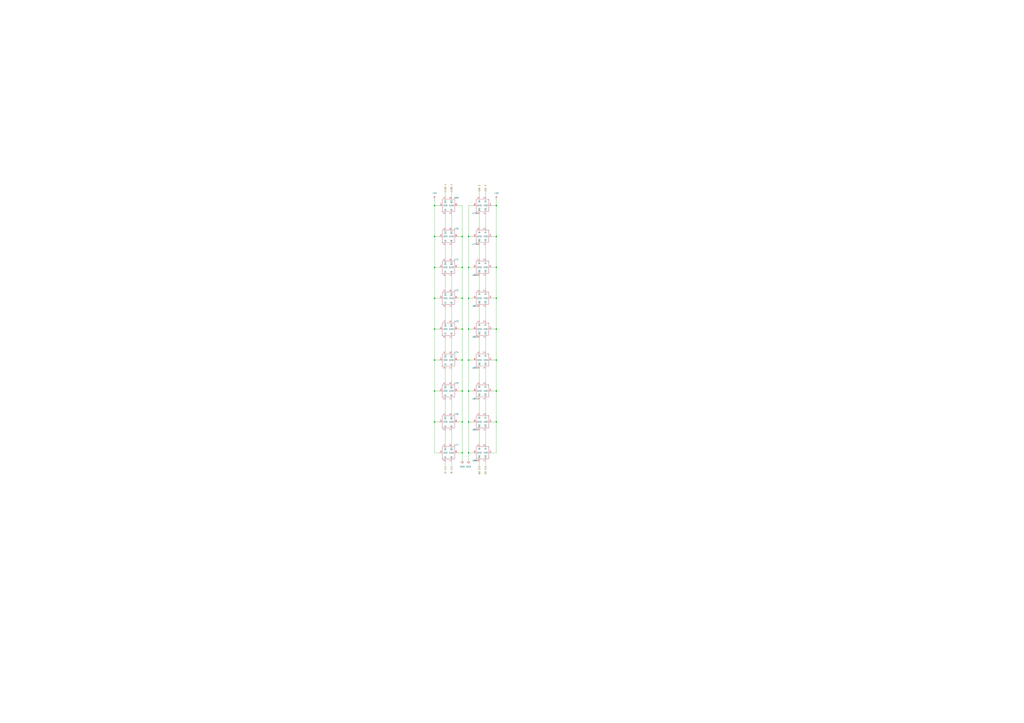
<source format=kicad_sch>
(kicad_sch (version 20231120) (generator "eeschema") (generator_version "8.0")
  (paper "A1")
  (lib_symbols
    (symbol "Dustins_Symbols:WS2816C"
      (property "Reference" "U" (at 10.16 11.43 0))
      (symbol "WS2816C_0_1"
        (rectangle (start 0 10.16) (end 10.16 0))
      )
      (symbol "WS2816C_1_1"
        (pin input line (at 7.62 -2.54 90) (length 2.54) (name "BI") (number "1"))
        (pin input line (at 2.54 -2.54 90) (length 2.54) (name "DI") (number "2"))
        (pin power_in line (at -2.54 5.08 0) (length 2.54) (name "VDD") (number "3"))
        (pin output line (at 2.54 12.7 270) (length 2.54) (name "DO") (number "4"))
        (pin output line (at 7.62 12.7 270) (length 2.54) (name "BO") (number "5"))
        (pin power_in line (at 12.7 5.08 180) (length 2.54) (name "GND") (number "6"))
      )
    )
    (symbol "power:+5V" (power) (pin_names (offset 0))
      (property "Value" "+5V" (at 0 3.556 0))
      (symbol "+5V_0_1"
        (polyline (pts (xy -0.762 1.27) (xy 0 2.54)))
        (polyline (pts (xy 0 0) (xy 0 2.54)))
        (polyline (pts (xy 0 2.54) (xy 0.762 1.27)))
      )
      (symbol "+5V_1_1"
        (pin power_in line (at 0 0 90) (length 0) hide (name "+5V") (number "1"))
      )
    )
    (symbol "power:GND" (power) (pin_numbers hide) (pin_names (offset 0) hide)
      (property "Value" "GND" (at 0 -3.81 0))
      (symbol "GND_0_1"
        (polyline (pts (xy 0 0) (xy 0 -1.27) (xy 1.27 -1.27) (xy 0 -2.54) (xy -1.27 -1.27) (xy 0 -1.27)))
      )
      (symbol "GND_1_1"
        (pin power_in line (at 0 0 270) (length 0) (name "~") (number "1"))
      )
    )
  )
  (junction (at 379.73 321.31))
  (junction (at 407.67 321.31))
  (junction (at 356.87 219.71))
  (junction (at 407.67 219.71))
  (junction (at 407.67 194.31))
  (junction (at 384.81 219.71))
  (junction (at 356.87 346.71))
  (junction (at 379.73 270.51))
  (junction (at 384.81 321.31))
  (junction (at 384.81 346.71))
  (junction (at 356.87 295.91))
  (junction (at 379.73 219.71))
  (junction (at 356.87 168.91))
  (junction (at 384.81 270.51))
  (junction (at 356.87 194.31))
  (junction (at 379.73 346.71))
  (junction (at 379.73 295.91))
  (junction (at 407.67 245.11))
  (junction (at 407.67 295.91))
  (junction (at 407.67 346.71))
  (junction (at 356.87 321.31))
  (junction (at 379.73 245.11))
  (junction (at 384.81 245.11))
  (junction (at 407.67 270.51))
  (junction (at 384.81 372.11))
  (junction (at 379.73 194.31))
  (junction (at 356.87 270.51))
  (junction (at 384.81 295.91))
  (junction (at 356.87 245.11))
  (junction (at 384.81 194.31))
  (junction (at 379.73 372.11))
  (junction (at 407.67 168.91))
  (wire (pts (xy 356.87 321.31) (xy 356.87 346.71)))
  (wire (pts (xy 365.76 303.53) (xy 365.76 313.69)))
  (wire (pts (xy 407.67 219.71) (xy 403.86 219.71)))
  (wire (pts (xy 403.86 168.91) (xy 407.67 168.91)))
  (wire (pts (xy 388.62 346.71) (xy 384.81 346.71)))
  (wire (pts (xy 407.67 321.31) (xy 407.67 295.91)))
  (wire (pts (xy 379.73 372.11) (xy 379.73 346.71)))
  (wire (pts (xy 356.87 245.11) (xy 356.87 270.51)))
  (wire (pts (xy 384.81 295.91) (xy 388.62 295.91)))
  (wire (pts (xy 370.84 354.33) (xy 370.84 364.49)))
  (wire (pts (xy 398.78 157.48) (xy 398.78 161.29)))
  (wire (pts (xy 393.7 157.48) (xy 393.7 161.29)))
  (wire (pts (xy 375.92 321.31) (xy 379.73 321.31)))
  (wire (pts (xy 365.76 354.33) (xy 365.76 364.49)))
  (wire (pts (xy 356.87 295.91) (xy 356.87 321.31)))
  (wire (pts (xy 356.87 346.71) (xy 360.68 346.71)))
  (wire (pts (xy 388.62 321.31) (xy 384.81 321.31)))
  (wire (pts (xy 407.67 346.71) (xy 407.67 321.31)))
  (wire (pts (xy 407.67 346.71) (xy 403.86 346.71)))
  (wire (pts (xy 398.78 288.29) (xy 398.78 278.13)))
  (wire (pts (xy 356.87 321.31) (xy 360.68 321.31)))
  (wire (pts (xy 384.81 372.11) (xy 384.81 378.46)))
  (wire (pts (xy 365.76 201.93) (xy 365.76 212.09)))
  (wire (pts (xy 379.73 270.51) (xy 379.73 295.91)))
  (wire (pts (xy 370.84 328.93) (xy 370.84 339.09)))
  (wire (pts (xy 356.87 219.71) (xy 356.87 245.11)))
  (wire (pts (xy 370.84 176.53) (xy 370.84 186.69)))
  (wire (pts (xy 379.73 219.71) (xy 379.73 194.31)))
  (wire (pts (xy 356.87 270.51) (xy 360.68 270.51)))
  (wire (pts (xy 407.67 194.31) (xy 403.86 194.31)))
  (wire (pts (xy 388.62 372.11) (xy 384.81 372.11)))
  (wire (pts (xy 365.76 252.73) (xy 365.76 262.89)))
  (wire (pts (xy 407.67 245.11) (xy 403.86 245.11)))
  (wire (pts (xy 370.84 278.13) (xy 370.84 288.29)))
  (wire (pts (xy 370.84 157.48) (xy 370.84 161.29)))
  (wire (pts (xy 388.62 270.51) (xy 384.81 270.51)))
  (wire (pts (xy 384.81 194.31) (xy 384.81 219.71)))
  (wire (pts (xy 384.81 245.11) (xy 384.81 270.51)))
  (wire (pts (xy 356.87 219.71) (xy 360.68 219.71)))
  (wire (pts (xy 393.7 237.49) (xy 393.7 227.33)))
  (wire (pts (xy 407.67 270.51) (xy 403.86 270.51)))
  (wire (pts (xy 375.92 194.31) (xy 379.73 194.31)))
  (wire (pts (xy 375.92 219.71) (xy 379.73 219.71)))
  (wire (pts (xy 356.87 168.91) (xy 356.87 194.31)))
  (wire (pts (xy 379.73 168.91) (xy 375.92 168.91)))
  (wire (pts (xy 370.84 227.33) (xy 370.84 237.49)))
  (wire (pts (xy 356.87 163.83) (xy 356.87 168.91)))
  (wire (pts (xy 393.7 186.69) (xy 393.7 176.53)))
  (wire (pts (xy 398.78 313.69) (xy 398.78 303.53)))
  (wire (pts (xy 393.7 339.09) (xy 393.7 328.93)))
  (wire (pts (xy 407.67 270.51) (xy 407.67 245.11)))
  (wire (pts (xy 384.81 194.31) (xy 384.81 168.91)))
  (wire (pts (xy 356.87 194.31) (xy 356.87 219.71)))
  (wire (pts (xy 388.62 168.91) (xy 384.81 168.91)))
  (wire (pts (xy 398.78 186.69) (xy 398.78 176.53)))
  (wire (pts (xy 365.76 176.53) (xy 365.76 186.69)))
  (wire (pts (xy 393.7 262.89) (xy 393.7 252.73)))
  (wire (pts (xy 398.78 339.09) (xy 398.78 328.93)))
  (wire (pts (xy 356.87 245.11) (xy 360.68 245.11)))
  (wire (pts (xy 379.73 295.91) (xy 379.73 321.31)))
  (wire (pts (xy 384.81 321.31) (xy 384.81 346.71)))
  (wire (pts (xy 379.73 270.51) (xy 379.73 245.11)))
  (wire (pts (xy 393.7 364.49) (xy 393.7 354.33)))
  (wire (pts (xy 384.81 270.51) (xy 384.81 295.91)))
  (wire (pts (xy 388.62 219.71) (xy 384.81 219.71)))
  (wire (pts (xy 356.87 346.71) (xy 356.87 372.11)))
  (wire (pts (xy 407.67 219.71) (xy 407.67 194.31)))
  (wire (pts (xy 375.92 270.51) (xy 379.73 270.51)))
  (wire (pts (xy 370.84 252.73) (xy 370.84 262.89)))
  (wire (pts (xy 379.73 194.31) (xy 379.73 168.91)))
  (wire (pts (xy 375.92 245.11) (xy 379.73 245.11)))
  (wire (pts (xy 407.67 372.11) (xy 407.67 346.71)))
  (wire (pts (xy 365.76 157.48) (xy 365.76 161.29)))
  (wire (pts (xy 398.78 379.73) (xy 398.78 383.54)))
  (wire (pts (xy 407.67 321.31) (xy 403.86 321.31)))
  (wire (pts (xy 370.84 379.73) (xy 370.84 383.54)))
  (wire (pts (xy 356.87 194.31) (xy 360.68 194.31)))
  (wire (pts (xy 356.87 270.51) (xy 356.87 295.91)))
  (wire (pts (xy 365.76 278.13) (xy 365.76 288.29)))
  (wire (pts (xy 360.68 295.91) (xy 356.87 295.91)))
  (wire (pts (xy 398.78 212.09) (xy 398.78 201.93)))
  (wire (pts (xy 398.78 237.49) (xy 398.78 227.33)))
  (wire (pts (xy 375.92 346.71) (xy 379.73 346.71)))
  (wire (pts (xy 370.84 201.93) (xy 370.84 212.09)))
  (wire (pts (xy 384.81 346.71) (xy 384.81 372.11)))
  (wire (pts (xy 407.67 245.11) (xy 407.67 219.71)))
  (wire (pts (xy 384.81 295.91) (xy 384.81 321.31)))
  (wire (pts (xy 407.67 295.91) (xy 407.67 270.51)))
  (wire (pts (xy 407.67 163.83) (xy 407.67 168.91)))
  (wire (pts (xy 365.76 227.33) (xy 365.76 237.49)))
  (wire (pts (xy 393.7 212.09) (xy 393.7 201.93)))
  (wire (pts (xy 403.86 295.91) (xy 407.67 295.91)))
  (wire (pts (xy 379.73 378.46) (xy 379.73 372.11)))
  (wire (pts (xy 375.92 372.11) (xy 379.73 372.11)))
  (wire (pts (xy 370.84 303.53) (xy 370.84 313.69)))
  (wire (pts (xy 393.7 313.69) (xy 393.7 303.53)))
  (wire (pts (xy 365.76 379.73) (xy 365.76 383.54)))
  (wire (pts (xy 379.73 346.71) (xy 379.73 321.31)))
  (wire (pts (xy 379.73 245.11) (xy 379.73 219.71)))
  (wire (pts (xy 388.62 245.11) (xy 384.81 245.11)))
  (wire (pts (xy 407.67 194.31) (xy 407.67 168.91)))
  (wire (pts (xy 356.87 372.11) (xy 360.68 372.11)))
  (wire (pts (xy 365.76 328.93) (xy 365.76 339.09)))
  (wire (pts (xy 393.7 379.73) (xy 393.7 383.54)))
  (wire (pts (xy 407.67 372.11) (xy 403.86 372.11)))
  (wire (pts (xy 384.81 219.71) (xy 384.81 245.11)))
  (wire (pts (xy 388.62 194.31) (xy 384.81 194.31)))
  (wire (pts (xy 393.7 288.29) (xy 393.7 278.13)))
  (wire (pts (xy 398.78 364.49) (xy 398.78 354.33)))
  (wire (pts (xy 360.68 168.91) (xy 356.87 168.91)))
  (wire (pts (xy 398.78 262.89) (xy 398.78 252.73)))
  (wire (pts (xy 375.92 295.91) (xy 379.73 295.91)))
  (hierarchical_label "BO 2" (shape output) (at 393.7 383.54 270))
  (hierarchical_label "BI 1" (shape input) (at 370.84 383.54 270))
  (hierarchical_label "DI 2" (shape input) (at 398.78 157.48 90))
  (hierarchical_label "DI 1" (shape input) (at 365.76 383.54 270))
  (hierarchical_label "DO 1" (shape output) (at 365.76 157.48 90))
  (hierarchical_label "BI 2" (shape input) (at 393.7 157.48 90))
  (hierarchical_label "DO 2" (shape output) (at 398.78 383.54 270))
  (hierarchical_label "BO 1" (shape output) (at 370.84 157.48 90))
  (symbol (lib_id "Dustins_Symbols:WS2816C") (at 401.32 367.03 180) (unit 1)
    (property "Reference" "U645" (at 389.89 378.46 0))
    (property "Value" "~" (at 401.32 367.03 0))
    (property "Footprint" "Dustins_Footprints:WS2816-2121" (effects (hide yes)))
    (property "Datasheet" "https://www.lcsc.com/datasheet/lcsc_datasheet_2012110135_Worldsemi-WS2816C-2121_C965561.pdf" (effects (hide yes)))
    (instances (project "150cm_Flex" (path "" (reference "U86") (unit 1)) (path "" (reference "U356") (unit 1)) (path "" (reference "U620") (unit 1)) (path "" (reference "U136") (unit 1)) (path "" (reference "U461") (unit 1)) (path "" (reference "U981") (unit 1)) (path "" (reference "U200") (unit 1)) (path "" (reference "U68") (unit 1)) (path "" (reference "U394") (unit 1)) (path "" (reference "U302") (unit 1)) (path "" (reference "U376") (unit 1)) (path "" (reference "U412") (unit 1)) (path "" (reference "U645") (unit 1)) (path "" (reference "U353") (unit 1)) (path "" (reference "U617") (unit 1)) (path "" (reference "U111") (unit 1)) (path "" (reference "U52") (unit 1)) (path "" (reference "U455") (unit 1)) (path "" (reference "U189") (unit 1)) (path "" (reference "U589") (unit 1)) (path "" (reference "U325") (unit 1)) (path "" (reference "U673") (unit 1))))
  )
  (symbol (lib_id "power:GND") (at 379.73 378.46 0) (unit 1)
    (property "Reference" "#PWR060" (effects (hide yes)))
    (property "Value" "GND" (at 379.73 383.54 0))
    (property "Description" "Power symbol creates a global label with name \"GND\" , ground" (effects (hide yes)))
    (instances (project "150cm_Flex" (path "" (reference "#PWR011") (unit 1)) (path "" (reference "#PWR078") (unit 1)) (path "" (reference "#PWR0120") (unit 1)) (path "" (reference "#PWR019") (unit 1)) (path "" (reference "#PWR0115") (unit 1)) (path "" (reference "#PWR025") (unit 1)) (path "" (reference "#PWR060") (unit 1)) (path "" (reference "#PWR0102") (unit 1)) (path "" (reference "#PWR070") (unit 1)) (path "" (reference "#PWR085") (unit 1)) (path "" (reference "#PWR0109") (unit 1))))
  )
  (symbol (lib_id "Dustins_Symbols:WS2816C") (at 363.22 326.39 0) (unit 1)
    (property "Reference" "U629" (at 374.65 314.96 0))
    (property "Value" "~" (at 363.22 326.39 0))
    (property "Footprint" "Dustins_Footprints:WS2816-2121" (effects (hide yes)))
    (property "Datasheet" "https://www.lcsc.com/datasheet/lcsc_datasheet_2012110135_Worldsemi-WS2816C-2121_C965561.pdf" (effects (hide yes)))
    (instances (project "150cm_Flex" (path "" (reference "U75") (unit 1)) (path "" (reference "U327") (unit 1)) (path "" (reference "U591") (unit 1)) (path "" (reference "U100") (unit 1)) (path "" (reference "U419") (unit 1)) (path "" (reference "U965") (unit 1)) (path "" (reference "U180") (unit 1)) (path "" (reference "U55") (unit 1)) (path "" (reference "U383") (unit 1)) (path "" (reference "U207") (unit 1)) (path "" (reference "U365") (unit 1)) (path "" (reference "U401") (unit 1)) (path "" (reference "U629") (unit 1)) (path "" (reference "U337") (unit 1)) (path "" (reference "U601") (unit 1)) (path "" (reference "U95") (unit 1)) (path "" (reference "U37") (unit 1)) (path "" (reference "U434") (unit 1)) (path "" (reference "U173") (unit 1)) (path "" (reference "U573") (unit 1)) (path "" (reference "U309") (unit 1)) (path "" (reference "U657") (unit 1))))
  )
  (symbol (lib_id "Dustins_Symbols:WS2816C") (at 363.22 199.39 0) (unit 1)
    (property "Reference" "U624" (at 374.65 187.96 0))
    (property "Value" "~" (at 363.22 199.39 0))
    (property "Footprint" "Dustins_Footprints:WS2816-2121" (effects (hide yes)))
    (property "Datasheet" "https://www.lcsc.com/datasheet/lcsc_datasheet_2012110135_Worldsemi-WS2816C-2121_C965561.pdf" (effects (hide yes)))
    (instances (project "150cm_Flex" (path "" (reference "U70") (unit 1)) (path "" (reference "U313") (unit 1)) (path "" (reference "U577") (unit 1)) (path "" (reference "U88") (unit 1)) (path "" (reference "U414") (unit 1)) (path "" (reference "U960") (unit 1)) (path "" (reference "U138") (unit 1)) (path "" (reference "U41") (unit 1)) (path "" (reference "U378") (unit 1)) (path "" (reference "U202") (unit 1)) (path "" (reference "U358") (unit 1)) (path "" (reference "U396") (unit 1)) (path "" (reference "U624") (unit 1)) (path "" (reference "U332") (unit 1)) (path "" (reference "U596") (unit 1)) (path "" (reference "U60") (unit 1)) (path "" (reference "U32") (unit 1)) (path "" (reference "U360") (unit 1)) (path "" (reference "U132") (unit 1)) (path "" (reference "U568") (unit 1)) (path "" (reference "U304") (unit 1)) (path "" (reference "U652") (unit 1))))
  )
  (symbol (lib_id "Dustins_Symbols:WS2816C") (at 401.32 341.63 180) (unit 1)
    (property "Reference" "U644" (at 389.89 353.06 0))
    (property "Value" "~" (at 401.32 341.63 0))
    (property "Footprint" "Dustins_Footprints:WS2816-2121" (effects (hide yes)))
    (property "Datasheet" "https://www.lcsc.com/datasheet/lcsc_datasheet_2012110135_Worldsemi-WS2816C-2121_C965561.pdf" (effects (hide yes)))
    (instances (project "150cm_Flex" (path "" (reference "U85") (unit 1)) (path "" (reference "U355") (unit 1)) (path "" (reference "U619") (unit 1)) (path "" (reference "U135") (unit 1)) (path "" (reference "U460") (unit 1)) (path "" (reference "U980") (unit 1)) (path "" (reference "U199") (unit 1)) (path "" (reference "U67") (unit 1)) (path "" (reference "U393") (unit 1)) (path "" (reference "U301") (unit 1)) (path "" (reference "U375") (unit 1)) (path "" (reference "U411") (unit 1)) (path "" (reference "U644") (unit 1)) (path "" (reference "U352") (unit 1)) (path "" (reference "U616") (unit 1)) (path "" (reference "U110") (unit 1)) (path "" (reference "U51") (unit 1)) (path "" (reference "U454") (unit 1)) (path "" (reference "U188") (unit 1)) (path "" (reference "U588") (unit 1)) (path "" (reference "U324") (unit 1)) (path "" (reference "U672") (unit 1))))
  )
  (symbol (lib_id "Dustins_Symbols:WS2816C") (at 401.32 290.83 180) (unit 1)
    (property "Reference" "U642" (at 389.89 302.26 0))
    (property "Value" "~" (at 401.32 290.83 0))
    (property "Footprint" "Dustins_Footprints:WS2816-2121" (effects (hide yes)))
    (property "Datasheet" "https://www.lcsc.com/datasheet/lcsc_datasheet_2012110135_Worldsemi-WS2816C-2121_C965561.pdf" (effects (hide yes)))
    (instances (project "150cm_Flex" (path "" (reference "U83") (unit 1)) (path "" (reference "U344") (unit 1)) (path "" (reference "U608") (unit 1)) (path "" (reference "U133") (unit 1)) (path "" (reference "U458") (unit 1)) (path "" (reference "U978") (unit 1)) (path "" (reference "U197") (unit 1)) (path "" (reference "U65") (unit 1)) (path "" (reference "U391") (unit 1)) (path "" (reference "U215") (unit 1)) (path "" (reference "U373") (unit 1)) (path "" (reference "U409") (unit 1)) (path "" (reference "U642") (unit 1)) (path "" (reference "U350") (unit 1)) (path "" (reference "U614") (unit 1)) (path "" (reference "U108") (unit 1)) (path "" (reference "U49") (unit 1)) (path "" (reference "U452") (unit 1)) (path "" (reference "U186") (unit 1)) (path "" (reference "U586") (unit 1)) (path "" (reference "U322") (unit 1)) (path "" (reference "U670") (unit 1))))
  )
  (symbol (lib_id "Dustins_Symbols:WS2816C") (at 363.22 377.19 0) (unit 1)
    (property "Reference" "U631" (at 374.65 365.76 0))
    (property "Value" "~" (at 363.22 377.19 0))
    (property "Footprint" "Dustins_Footprints:WS2816-2121" (effects (hide yes)))
    (property "Datasheet" "https://www.lcsc.com/datasheet/lcsc_datasheet_2012110135_Worldsemi-WS2816C-2121_C965561.pdf" (effects (hide yes)))
    (instances (project "150cm_Flex" (path "" (reference "U77") (unit 1)) (path "" (reference "U329") (unit 1)) (path "" (reference "U593") (unit 1)) (path "" (reference "U102") (unit 1)) (path "" (reference "U439") (unit 1)) (path "" (reference "U967") (unit 1)) (path "" (reference "U191") (unit 1)) (path "" (reference "U57") (unit 1)) (path "" (reference "U385") (unit 1)) (path "" (reference "U209") (unit 1)) (path "" (reference "U367") (unit 1)) (path "" (reference "U403") (unit 1)) (path "" (reference "U631") (unit 1)) (path "" (reference "U339") (unit 1)) (path "" (reference "U603") (unit 1)) (path "" (reference "U97") (unit 1)) (path "" (reference "U39") (unit 1)) (path "" (reference "U436") (unit 1)) (path "" (reference "U175") (unit 1)) (path "" (reference "U575") (unit 1)) (path "" (reference "U311") (unit 1)) (path "" (reference "U659") (unit 1))))
  )
  (symbol (lib_id "power:+5V") (at 407.67 163.83 0) (unit 1)
    (property "Reference" "#PWR091" (effects (hide yes)))
    (property "Value" "+5V" (at 407.67 158.75 0))
    (instances (project "150cm_Flex" (path "" (reference "#PWR013") (unit 1)) (path "" (reference "#PWR081") (unit 1)) (path "" (reference "#PWR0123") (unit 1)) (path "" (reference "#PWR022") (unit 1)) (path "" (reference "#PWR0117") (unit 1)) (path "" (reference "#PWR0137") (unit 1)) (path "" (reference "#PWR068") (unit 1)) (path "" (reference "#PWR062") (unit 1)) (path "" (reference "#PWR0107") (unit 1)) (path "" (reference "#PWR073") (unit 1)) (path "" (reference "#PWR094") (unit 1)) (path "" (reference "#PWR0112") (unit 1)) (path "" (reference "#PWR091") (unit 1)) (path "" (reference "#PWR057") (unit 1)) (path "" (reference "#PWR082") (unit 1)) (path "" (reference "#PWR020") (unit 1)) (path "" (reference "#PWR014") (unit 1)) (path "" (reference "#PWR064") (unit 1)) (path "" (reference "#PWR035") (unit 1)) (path "" (reference "#PWR076") (unit 1)) (path "" (reference "#PWR043") (unit 1)) (path "" (reference "#PWR0105") (unit 1))))
  )
  (symbol (lib_id "Dustins_Symbols:WS2816C") (at 401.32 265.43 180) (unit 1)
    (property "Reference" "U641" (at 389.89 276.86 0))
    (property "Value" "~" (at 401.32 265.43 0))
    (property "Footprint" "Dustins_Footprints:WS2816-2121" (effects (hide yes)))
    (property "Datasheet" "https://www.lcsc.com/datasheet/lcsc_datasheet_2012110135_Worldsemi-WS2816C-2121_C965561.pdf" (effects (hide yes)))
    (instances (project "150cm_Flex" (path "" (reference "U82") (unit 1)) (path "" (reference "U343") (unit 1)) (path "" (reference "U607") (unit 1)) (path "" (reference "U130") (unit 1)) (path "" (reference "U457") (unit 1)) (path "" (reference "U977") (unit 1)) (path "" (reference "U196") (unit 1)) (path "" (reference "U64") (unit 1)) (path "" (reference "U390") (unit 1)) (path "" (reference "U214") (unit 1)) (path "" (reference "U372") (unit 1)) (path "" (reference "U408") (unit 1)) (path "" (reference "U641") (unit 1)) (path "" (reference "U349") (unit 1)) (path "" (reference "U613") (unit 1)) (path "" (reference "U107") (unit 1)) (path "" (reference "U48") (unit 1)) (path "" (reference "U451") (unit 1)) (path "" (reference "U185") (unit 1)) (path "" (reference "U585") (unit 1)) (path "" (reference "U321") (unit 1)) (path "" (reference "U669") (unit 1))))
  )
  (symbol (lib_id "Dustins_Symbols:WS2816C") (at 363.22 173.99 0) (unit 1)
    (property "Reference" "U623" (at 374.65 162.56 0))
    (property "Value" "~" (at 363.22 173.99 0))
    (property "Footprint" "Dustins_Footprints:WS2816-2121" (effects (hide yes)))
    (property "Datasheet" "https://www.lcsc.com/datasheet/lcsc_datasheet_2012110135_Worldsemi-WS2816C-2121_C965561.pdf" (effects (hide yes)))
    (instances (project "150cm_Flex" (path "" (reference "U69") (unit 1)) (path "" (reference "U312") (unit 1)) (path "" (reference "U576") (unit 1)) (path "" (reference "U87") (unit 1)) (path "" (reference "U413") (unit 1)) (path "" (reference "U959") (unit 1)) (path "" (reference "U137") (unit 1)) (path "" (reference "U40") (unit 1)) (path "" (reference "U377") (unit 1)) (path "" (reference "U201") (unit 1)) (path "" (reference "U357") (unit 1)) (path "" (reference "U395") (unit 1)) (path "" (reference "U623") (unit 1)) (path "" (reference "U331") (unit 1)) (path "" (reference "U595") (unit 1)) (path "" (reference "U59") (unit 1)) (path "" (reference "U31") (unit 1)) (path "" (reference "U359") (unit 1)) (path "" (reference "U131") (unit 1)) (path "" (reference "U567") (unit 1)) (path "" (reference "U303") (unit 1)) (path "" (reference "U651") (unit 1))))
  )
  (symbol (lib_id "Dustins_Symbols:WS2816C") (at 363.22 300.99 0) (unit 1)
    (property "Reference" "U628" (at 374.65 289.56 0))
    (property "Value" "~" (at 363.22 300.99 0))
    (property "Footprint" "Dustins_Footprints:WS2816-2121" (effects (hide yes)))
    (property "Datasheet" "https://www.lcsc.com/datasheet/lcsc_datasheet_2012110135_Worldsemi-WS2816C-2121_C965561.pdf" (effects (hide yes)))
    (instances (project "150cm_Flex" (path "" (reference "U74") (unit 1)) (path "" (reference "U326") (unit 1)) (path "" (reference "U590") (unit 1)) (path "" (reference "U99") (unit 1)) (path "" (reference "U418") (unit 1)) (path "" (reference "U964") (unit 1)) (path "" (reference "U179") (unit 1)) (path "" (reference "U54") (unit 1)) (path "" (reference "U382") (unit 1)) (path "" (reference "U206") (unit 1)) (path "" (reference "U364") (unit 1)) (path "" (reference "U400") (unit 1)) (path "" (reference "U628") (unit 1)) (path "" (reference "U336") (unit 1)) (path "" (reference "U600") (unit 1)) (path "" (reference "U94") (unit 1)) (path "" (reference "U36") (unit 1)) (path "" (reference "U433") (unit 1)) (path "" (reference "U172") (unit 1)) (path "" (reference "U572") (unit 1)) (path "" (reference "U308") (unit 1)) (path "" (reference "U656") (unit 1))))
  )
  (symbol (lib_id "Dustins_Symbols:WS2816C") (at 401.32 240.03 180) (unit 1)
    (property "Reference" "U640" (at 389.89 251.46 0))
    (property "Value" "~" (at 401.32 240.03 0))
    (property "Footprint" "Dustins_Footprints:WS2816-2121" (effects (hide yes)))
    (property "Datasheet" "https://www.lcsc.com/datasheet/lcsc_datasheet_2012110135_Worldsemi-WS2816C-2121_C965561.pdf" (effects (hide yes)))
    (instances (project "150cm_Flex" (path "" (reference "U81") (unit 1)) (path "" (reference "U342") (unit 1)) (path "" (reference "U606") (unit 1)) (path "" (reference "U129") (unit 1)) (path "" (reference "U445") (unit 1)) (path "" (reference "U976") (unit 1)) (path "" (reference "U195") (unit 1)) (path "" (reference "U63") (unit 1)) (path "" (reference "U389") (unit 1)) (path "" (reference "U213") (unit 1)) (path "" (reference "U371") (unit 1)) (path "" (reference "U407") (unit 1)) (path "" (reference "U640") (unit 1)) (path "" (reference "U348") (unit 1)) (path "" (reference "U612") (unit 1)) (path "" (reference "U106") (unit 1)) (path "" (reference "U47") (unit 1)) (path "" (reference "U449") (unit 1)) (path "" (reference "U184") (unit 1)) (path "" (reference "U584") (unit 1)) (path "" (reference "U320") (unit 1)) (path "" (reference "U668") (unit 1))))
  )
  (symbol (lib_id "Dustins_Symbols:WS2816C") (at 401.32 189.23 180) (unit 1)
    (property "Reference" "U638" (at 389.89 200.66 0))
    (property "Value" "~" (at 401.32 189.23 0))
    (property "Footprint" "Dustins_Footprints:WS2816-2121" (effects (hide yes)))
    (property "Datasheet" "https://www.lcsc.com/datasheet/lcsc_datasheet_2012110135_Worldsemi-WS2816C-2121_C965561.pdf" (effects (hide yes)))
    (instances (project "150cm_Flex" (path "" (reference "U79") (unit 1)) (path "" (reference "U340") (unit 1)) (path "" (reference "U604") (unit 1)) (path "" (reference "U127") (unit 1)) (path "" (reference "U441") (unit 1)) (path "" (reference "U974") (unit 1)) (path "" (reference "U193") (unit 1)) (path "" (reference "U61") (unit 1)) (path "" (reference "U387") (unit 1)) (path "" (reference "U211") (unit 1)) (path "" (reference "U369") (unit 1)) (path "" (reference "U405") (unit 1)) (path "" (reference "U638") (unit 1)) (path "" (reference "U346") (unit 1)) (path "" (reference "U610") (unit 1)) (path "" (reference "U104") (unit 1)) (path "" (reference "U45") (unit 1)) (path "" (reference "U447") (unit 1)) (path "" (reference "U182") (unit 1)) (path "" (reference "U582") (unit 1)) (path "" (reference "U318") (unit 1)) (path "" (reference "U666") (unit 1))))
  )
  (symbol (lib_id "power:+5V") (at 356.87 163.83 0) (unit 1)
    (property "Reference" "#PWR083" (effects (hide yes)))
    (property "Value" "+5V" (at 356.87 158.75 0))
    (instances (project "150cm_Flex" (path "" (reference "#PWR06") (unit 1)) (path "" (reference "#PWR075") (unit 1)) (path "" (reference "#PWR0118") (unit 1)) (path "" (reference "#PWR018") (unit 1)) (path "" (reference "#PWR0113") (unit 1)) (path "" (reference "#PWR0133") (unit 1)) (path "" (reference "#PWR024") (unit 1)) (path "" (reference "#PWR054") (unit 1)) (path "" (reference "#PWR0101") (unit 1)) (path "" (reference "#PWR069") (unit 1)) (path "" (reference "#PWR084") (unit 1)) (path "" (reference "#PWR0108") (unit 1)) (path "" (reference "#PWR083") (unit 1)) (path "" (reference "#PWR044") (unit 1)) (path "" (reference "#PWR077") (unit 1)) (path "" (reference "#PWR015") (unit 1)) (path "" (reference "#PWR03") (unit 1)) (path "" (reference "#PWR059") (unit 1)) (path "" (reference "#PWR027") (unit 1)) (path "" (reference "#PWR067") (unit 1)) (path "" (reference "#PWR036") (unit 1)) (path "" (reference "#PWR099") (unit 1))))
  )
  (symbol (lib_id "Dustins_Symbols:WS2816C") (at 363.22 351.79 0) (unit 1)
    (property "Reference" "U630" (at 374.65 340.36 0))
    (property "Value" "~" (at 363.22 351.79 0))
    (property "Footprint" "Dustins_Footprints:WS2816-2121" (effects (hide yes)))
    (property "Datasheet" "https://www.lcsc.com/datasheet/lcsc_datasheet_2012110135_Worldsemi-WS2816C-2121_C965561.pdf" (effects (hide yes)))
    (instances (project "150cm_Flex" (path "" (reference "U76") (unit 1)) (path "" (reference "U328") (unit 1)) (path "" (reference "U592") (unit 1)) (path "" (reference "U101") (unit 1)) (path "" (reference "U420") (unit 1)) (path "" (reference "U966") (unit 1)) (path "" (reference "U190") (unit 1)) (path "" (reference "U56") (unit 1)) (path "" (reference "U384") (unit 1)) (path "" (reference "U208") (unit 1)) (path "" (reference "U366") (unit 1)) (path "" (reference "U402") (unit 1)) (path "" (reference "U630") (unit 1)) (path "" (reference "U338") (unit 1)) (path "" (reference "U602") (unit 1)) (path "" (reference "U96") (unit 1)) (path "" (reference "U38") (unit 1)) (path "" (reference "U435") (unit 1)) (path "" (reference "U174") (unit 1)) (path "" (reference "U574") (unit 1)) (path "" (reference "U310") (unit 1)) (path "" (reference "U658") (unit 1))))
  )
  (symbol (lib_id "power:GND") (at 384.81 378.46 0) (unit 1)
    (property "Reference" "#PWR029" (effects (hide yes)))
    (property "Value" "GND" (at 384.81 383.54 0))
    (property "Description" "Power symbol creates a global label with name \"GND\" , ground" (effects (hide yes)))
    (instances (project "150cm_Flex" (path "" (reference "#PWR012") (unit 1)) (path "" (reference "#PWR080") (unit 1)) (path "" (reference "#PWR0121") (unit 1)) (path "" (reference "#PWR021") (unit 1)) (path "" (reference "#PWR0116") (unit 1)) (path "" (reference "#PWR051") (unit 1)) (path "" (reference "#PWR065") (unit 1)) (path "" (reference "#PWR061") (unit 1)) (path "" (reference "#PWR0104") (unit 1)) (path "" (reference "#PWR072") (unit 1)) (path "" (reference "#PWR086") (unit 1)) (path "" (reference "#PWR0110") (unit 1)) (path "" (reference "#PWR046") (unit 1)) (path "" (reference "#PWR037") (unit 1)) (path "" (reference "#PWR045") (unit 1)) (path "" (reference "#PWR030") (unit 1)) (path "" (reference "#PWR029") (unit 1)) (path "" (reference "#PWR038") (unit 1)) (path "" (reference "#PWR031") (unit 1)) (path "" (reference "#PWR039") (unit 1)) (path "" (reference "#PWR034") (unit 1)) (path "" (reference "#PWR048") (unit 1))))
  )
  (symbol (lib_id "Dustins_Symbols:WS2816C") (at 363.22 250.19 0) (unit 1)
    (property "Reference" "U626" (at 374.65 238.76 0))
    (property "Value" "~" (at 363.22 250.19 0))
    (property "Footprint" "Dustins_Footprints:WS2816-2121" (effects (hide yes)))
    (property "Datasheet" "https://www.lcsc.com/datasheet/lcsc_datasheet_2012110135_Worldsemi-WS2816C-2121_C965561.pdf" (effects (hide yes)))
    (instances (project "150cm_Flex" (path "" (reference "U72") (unit 1)) (path "" (reference "U315") (unit 1)) (path "" (reference "U579") (unit 1)) (path "" (reference "U90") (unit 1)) (path "" (reference "U416") (unit 1)) (path "" (reference "U962") (unit 1)) (path "" (reference "U177") (unit 1)) (path "" (reference "U43") (unit 1)) (path "" (reference "U380") (unit 1)) (path "" (reference "U204") (unit 1)) (path "" (reference "U362") (unit 1)) (path "" (reference "U398") (unit 1)) (path "" (reference "U626") (unit 1)) (path "" (reference "U334") (unit 1)) (path "" (reference "U598") (unit 1)) (path "" (reference "U92") (unit 1)) (path "" (reference "U34") (unit 1)) (path "" (reference "U429") (unit 1)) (path "" (reference "U170") (unit 1)) (path "" (reference "U570") (unit 1)) (path "" (reference "U306") (unit 1)) (path "" (reference "U654") (unit 1))))
  )
  (symbol (lib_id "Dustins_Symbols:WS2816C") (at 401.32 163.83 180) (unit 1)
    (property "Reference" "U637" (at 389.89 175.26 0))
    (property "Value" "~" (at 401.32 163.83 0))
    (property "Footprint" "Dustins_Footprints:WS2816-2121" (effects (hide yes)))
    (property "Datasheet" "https://www.lcsc.com/datasheet/lcsc_datasheet_2012110135_Worldsemi-WS2816C-2121_C965561.pdf" (effects (hide yes)))
    (instances (project "150cm_Flex" (path "" (reference "U78") (unit 1)) (path "" (reference "U330") (unit 1)) (path "" (reference "U594") (unit 1)) (path "" (reference "U112") (unit 1)) (path "" (reference "U440") (unit 1)) (path "" (reference "U973") (unit 1)) (path "" (reference "U192") (unit 1)) (path "" (reference "U58") (unit 1)) (path "" (reference "U386") (unit 1)) (path "" (reference "U210") (unit 1)) (path "" (reference "U368") (unit 1)) (path "" (reference "U404") (unit 1)) (path "" (reference "U637") (unit 1)) (path "" (reference "U345") (unit 1)) (path "" (reference "U609") (unit 1)) (path "" (reference "U103") (unit 1)) (path "" (reference "U44") (unit 1)) (path "" (reference "U446") (unit 1)) (path "" (reference "U181") (unit 1)) (path "" (reference "U581") (unit 1)) (path "" (reference "U317") (unit 1)) (path "" (reference "U665") (unit 1))))
  )
  (symbol (lib_id "Dustins_Symbols:WS2816C") (at 401.32 316.23 180) (unit 1)
    (property "Reference" "U643" (at 389.89 327.66 0))
    (property "Value" "~" (at 401.32 316.23 0))
    (property "Footprint" "Dustins_Footprints:WS2816-2121" (effects (hide yes)))
    (property "Datasheet" "https://www.lcsc.com/datasheet/lcsc_datasheet_2012110135_Worldsemi-WS2816C-2121_C965561.pdf" (effects (hide yes)))
    (instances (project "150cm_Flex" (path "" (reference "U84") (unit 1)) (path "" (reference "U354") (unit 1)) (path "" (reference "U618") (unit 1)) (path "" (reference "U134") (unit 1)) (path "" (reference "U459") (unit 1)) (path "" (reference "U979") (unit 1)) (path "" (reference "U198") (unit 1)) (path "" (reference "U66") (unit 1)) (path "" (reference "U392") (unit 1)) (path "" (reference "U216") (unit 1)) (path "" (reference "U374") (unit 1)) (path "" (reference "U410") (unit 1)) (path "" (reference "U643") (unit 1)) (path "" (reference "U351") (unit 1)) (path "" (reference "U615") (unit 1)) (path "" (reference "U109") (unit 1)) (path "" (reference "U50") (unit 1)) (path "" (reference "U453") (unit 1)) (path "" (reference "U187") (unit 1)) (path "" (reference "U587") (unit 1)) (path "" (reference "U323") (unit 1)) (path "" (reference "U671") (unit 1))))
  )
  (symbol (lib_id "Dustins_Symbols:WS2816C") (at 363.22 275.59 0) (unit 1)
    (property "Reference" "U627" (at 374.65 264.16 0))
    (property "Value" "~" (at 363.22 275.59 0))
    (property "Footprint" "Dustins_Footprints:WS2816-2121" (effects (hide yes)))
    (property "Datasheet" "https://www.lcsc.com/datasheet/lcsc_datasheet_2012110135_Worldsemi-WS2816C-2121_C965561.pdf" (effects (hide yes)))
    (instances (project "150cm_Flex" (path "" (reference "U73") (unit 1)) (path "" (reference "U316") (unit 1)) (path "" (reference "U580") (unit 1)) (path "" (reference "U98") (unit 1)) (path "" (reference "U417") (unit 1)) (path "" (reference "U963") (unit 1)) (path "" (reference "U178") (unit 1)) (path "" (reference "U53") (unit 1)) (path "" (reference "U381") (unit 1)) (path "" (reference "U205") (unit 1)) (path "" (reference "U363") (unit 1)) (path "" (reference "U399") (unit 1)) (path "" (reference "U627") (unit 1)) (path "" (reference "U335") (unit 1)) (path "" (reference "U599") (unit 1)) (path "" (reference "U93") (unit 1)) (path "" (reference "U35") (unit 1)) (path "" (reference "U430") (unit 1)) (path "" (reference "U171") (unit 1)) (path "" (reference "U571") (unit 1)) (path "" (reference "U307") (unit 1)) (path "" (reference "U655") (unit 1))))
  )
  (symbol (lib_id "Dustins_Symbols:WS2816C") (at 401.32 214.63 180) (unit 1)
    (property "Reference" "U639" (at 389.89 226.06 0))
    (property "Value" "~" (at 401.32 214.63 0))
    (property "Footprint" "Dustins_Footprints:WS2816-2121" (effects (hide yes)))
    (property "Datasheet" "https://www.lcsc.com/datasheet/lcsc_datasheet_2012110135_Worldsemi-WS2816C-2121_C965561.pdf" (effects (hide yes)))
    (instances (project "150cm_Flex" (path "" (reference "U80") (unit 1)) (path "" (reference "U341") (unit 1)) (path "" (reference "U605") (unit 1)) (path "" (reference "U128") (unit 1)) (path "" (reference "U442") (unit 1)) (path "" (reference "U975") (unit 1)) (path "" (reference "U194") (unit 1)) (path "" (reference "U62") (unit 1)) (path "" (reference "U388") (unit 1)) (path "" (reference "U212") (unit 1)) (path "" (reference "U370") (unit 1)) (path "" (reference "U406") (unit 1)) (path "" (reference "U639") (unit 1)) (path "" (reference "U347") (unit 1)) (path "" (reference "U611") (unit 1)) (path "" (reference "U105") (unit 1)) (path "" (reference "U46") (unit 1)) (path "" (reference "U448") (unit 1)) (path "" (reference "U183") (unit 1)) (path "" (reference "U583") (unit 1)) (path "" (reference "U319") (unit 1)) (path "" (reference "U667") (unit 1))))
  )
  (symbol (lib_id "Dustins_Symbols:WS2816C") (at 363.22 224.79 0) (unit 1)
    (property "Reference" "U625" (at 374.65 213.36 0))
    (property "Value" "~" (at 363.22 224.79 0))
    (property "Footprint" "Dustins_Footprints:WS2816-2121" (effects (hide yes)))
    (property "Datasheet" "https://www.lcsc.com/datasheet/lcsc_datasheet_2012110135_Worldsemi-WS2816C-2121_C965561.pdf" (effects (hide yes)))
    (instances (project "150cm_Flex" (path "" (reference "U71") (unit 1)) (path "" (reference "U314") (unit 1)) (path "" (reference "U578") (unit 1)) (path "" (reference "U89") (unit 1)) (path "" (reference "U415") (unit 1)) (path "" (reference "U961") (unit 1)) (path "" (reference "U176") (unit 1)) (path "" (reference "U42") (unit 1)) (path "" (reference "U379") (unit 1)) (path "" (reference "U203") (unit 1)) (path "" (reference "U361") (unit 1)) (path "" (reference "U397") (unit 1)) (path "" (reference "U625") (unit 1)) (path "" (reference "U333") (unit 1)) (path "" (reference "U597") (unit 1)) (path "" (reference "U91") (unit 1)) (path "" (reference "U33") (unit 1)) (path "" (reference "U428") (unit 1)) (path "" (reference "U169") (unit 1)) (path "" (reference "U569") (unit 1)) (path "" (reference "U305") (unit 1)) (path "" (reference "U653") (unit 1))))
  )
)
</source>
